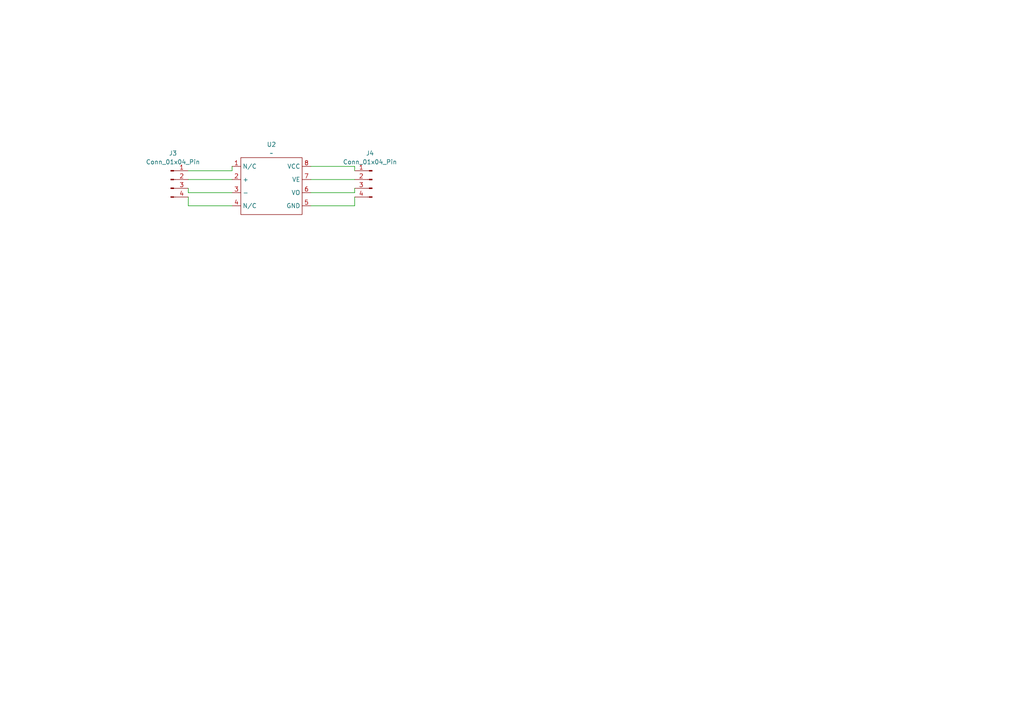
<source format=kicad_sch>
(kicad_sch (version 20231120) (generator "eeschema") (generator_version "8.0")
  (paper "A4")
  (lib_symbols
    (symbol "Connector:Conn_01x04_Pin" (pin_names (offset 1.016) hide)
      (property "Reference" "J" (at 0 5.08 0))
      (property "Value" "Conn_01x04_Pin" (at 0 -7.62 0))
      (symbol "Conn_01x04_Pin_1_1"
        (polyline (pts (xy 1.27 -5.08) (xy 0.8636 -5.08)) (stroke (width 0.1524)))
        (polyline (pts (xy 1.27 -2.54) (xy 0.8636 -2.54)) (stroke (width 0.1524)))
        (polyline (pts (xy 1.27 0) (xy 0.8636 0)) (stroke (width 0.1524)))
        (polyline (pts (xy 1.27 2.54) (xy 0.8636 2.54)) (stroke (width 0.1524)))
        (rectangle (start 0.8636 -4.953) (end 0 -5.207) (stroke (width 0.1524)) (fill (type outline)))
        (rectangle (start 0.8636 -2.413) (end 0 -2.667) (stroke (width 0.1524)) (fill (type outline)))
        (rectangle (start 0.8636 0.127) (end 0 -0.127) (stroke (width 0.1524)) (fill (type outline)))
        (rectangle (start 0.8636 2.667) (end 0 2.413) (stroke (width 0.1524)) (fill (type outline)))
        (pin passive line (at 5.08 2.54 180) (length 3.81) (name "Pin_1") (number "1"))
        (pin passive line (at 5.08 0 180) (length 3.81) (name "Pin_2") (number "2"))
        (pin passive line (at 5.08 -2.54 180) (length 3.81) (name "Pin_3") (number "3"))
        (pin passive line (at 5.08 -5.08 180) (length 3.81) (name "Pin_4") (number "4"))
      )
    )
    (symbol "symbols:PT8211"
      (property "Reference" "U2" (at 8.89 10.16 0))
      (property "Value" "~" (at 8.89 7.62 0))
      (symbol "PT8211_0_1"
        (rectangle (start 0 6.35) (end 17.78 -10.16))
      )
      (symbol "PT8211_1_1"
        (pin input line (at -2.54 3.81 0) (length 2.54) (name "N/C") (number "1"))
        (pin input line (at -2.54 0 0) (length 2.54) (name "+") (number "2"))
        (pin input line (at -2.54 -3.81 0) (length 2.54) (name "-") (number "3"))
        (pin input line (at -2.54 -7.62 0) (length 2.54) (name "N/C") (number "4"))
        (pin input line (at 20.32 -7.62 180) (length 2.54) (name "GND") (number "5"))
        (pin input line (at 20.32 -3.81 180) (length 2.54) (name "VO") (number "6"))
        (pin input line (at 20.32 0 180) (length 2.54) (name "VE") (number "7"))
        (pin input line (at 20.32 3.81 180) (length 2.54) (name "VCC") (number "8"))
      )
    )
  )
  (wire (pts (xy 67.31 59.69) (xy 54.61 59.69)))
  (wire (pts (xy 102.87 55.88) (xy 102.87 54.61)))
  (wire (pts (xy 67.31 49.53) (xy 67.31 48.26)))
  (wire (pts (xy 54.61 52.07) (xy 67.31 52.07)))
  (wire (pts (xy 90.17 52.07) (xy 102.87 52.07)))
  (wire (pts (xy 102.87 48.26) (xy 102.87 49.53)))
  (wire (pts (xy 90.17 55.88) (xy 102.87 55.88)))
  (wire (pts (xy 102.87 59.69) (xy 102.87 57.15)))
  (wire (pts (xy 54.61 49.53) (xy 67.31 49.53)))
  (wire (pts (xy 90.17 59.69) (xy 102.87 59.69)))
  (wire (pts (xy 54.61 59.69) (xy 54.61 57.15)))
  (wire (pts (xy 90.17 48.26) (xy 102.87 48.26)))
  (wire (pts (xy 67.31 55.88) (xy 54.61 55.88)))
  (wire (pts (xy 54.61 55.88) (xy 54.61 54.61)))
  (symbol (lib_id "Connector:Conn_01x04_Pin") (at 49.53 52.07 0) (unit 1)
    (property "Reference" "J3" (at 50.165 44.45 0))
    (property "Value" "Conn_01x04_Pin" (at 50.165 46.99 0))
    (property "Footprint" "Connector_PinSocket_2.54mm:PinSocket_1x04_P2.54mm_Vertical" (effects (hide yes)))
    (property "Description" "Generic connector, single row, 01x04, script generated" (effects (hide yes)))
  )
  (symbol (lib_id "symbols:PT8211") (at 69.85 52.07 0) (unit 1)
    (property "Reference" "U2" (at 78.74 41.91 0))
    (property "Value" "~" (at 78.74 44.45 0))
    (property "Footprint" "BreadModular_MISC:SOIC-8 2.54" (effects (hide yes)))
  )
  (symbol (lib_id "Connector:Conn_01x04_Pin") (at 107.95 52.07 0) (mirror y) (unit 1)
    (property "Reference" "J4" (at 107.315 44.45 0))
    (property "Value" "Conn_01x04_Pin" (at 107.315 46.99 0))
    (property "Footprint" "Connector_PinSocket_2.54mm:PinSocket_1x04_P2.54mm_Vertical" (effects (hide yes)))
    (property "Description" "Generic connector, single row, 01x04, script generated" (effects (hide yes)))
  )
)
</source>
